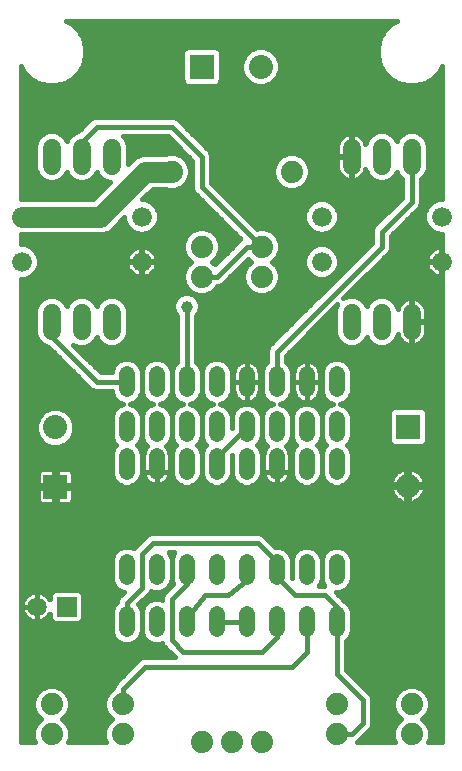
<source format=gbl>
G75*
%MOIN*%
%OFA0B0*%
%FSLAX24Y24*%
%IPPOS*%
%LPD*%
%AMOC8*
5,1,8,0,0,1.08239X$1,22.5*
%
%ADD10C,0.0660*%
%ADD11R,0.0800X0.0800*%
%ADD12C,0.0800*%
%ADD13C,0.0520*%
%ADD14C,0.0600*%
%ADD15C,0.0740*%
%ADD16C,0.0650*%
%ADD17R,0.0650X0.0650*%
%ADD18C,0.0160*%
%ADD19C,0.0396*%
%ADD20C,0.0700*%
D10*
X000680Y016680D03*
X000680Y018180D03*
X004680Y018180D03*
X004680Y016680D03*
X010680Y016680D03*
X010680Y018180D03*
X014680Y018180D03*
X014680Y016680D03*
D11*
X013555Y011180D03*
X006680Y023180D03*
X001805Y009180D03*
D12*
X001805Y011149D03*
X008649Y023180D03*
X013555Y009211D03*
D13*
X011180Y009680D02*
X011180Y010200D01*
X011180Y010920D02*
X011180Y011440D01*
X011180Y012420D02*
X011180Y012940D01*
X010180Y012940D02*
X010180Y012420D01*
X010180Y011440D02*
X010180Y010920D01*
X010180Y010200D02*
X010180Y009680D01*
X009180Y009680D02*
X009180Y010200D01*
X009180Y010920D02*
X009180Y011440D01*
X009180Y012420D02*
X009180Y012940D01*
X008180Y012940D02*
X008180Y012420D01*
X008180Y011440D02*
X008180Y010920D01*
X008180Y010200D02*
X008180Y009680D01*
X007180Y009680D02*
X007180Y010200D01*
X007180Y010920D02*
X007180Y011440D01*
X007180Y012420D02*
X007180Y012940D01*
X006180Y012940D02*
X006180Y012420D01*
X006180Y011440D02*
X006180Y010920D01*
X006180Y010200D02*
X006180Y009680D01*
X005180Y009680D02*
X005180Y010200D01*
X005180Y010920D02*
X005180Y011440D01*
X005180Y012420D02*
X005180Y012940D01*
X004180Y012940D02*
X004180Y012420D01*
X004180Y011440D02*
X004180Y010920D01*
X004180Y010200D02*
X004180Y009680D01*
X004180Y006680D02*
X004180Y006160D01*
X004180Y004940D02*
X004180Y004420D01*
X005180Y004420D02*
X005180Y004940D01*
X005180Y006160D02*
X005180Y006680D01*
X006180Y006680D02*
X006180Y006160D01*
X006180Y004940D02*
X006180Y004420D01*
X007180Y004420D02*
X007180Y004940D01*
X007180Y006160D02*
X007180Y006680D01*
X008180Y006680D02*
X008180Y006160D01*
X008180Y004940D02*
X008180Y004420D01*
X009180Y004420D02*
X009180Y004940D01*
X009180Y006160D02*
X009180Y006680D01*
X010180Y006680D02*
X010180Y006160D01*
X010180Y004940D02*
X010180Y004420D01*
X011180Y004420D02*
X011180Y004940D01*
X011180Y006160D02*
X011180Y006680D01*
D14*
X011680Y014380D02*
X011680Y014980D01*
X012680Y014980D02*
X012680Y014380D01*
X013680Y014380D02*
X013680Y014980D01*
X013680Y019880D02*
X013680Y020480D01*
X012680Y020480D02*
X012680Y019880D01*
X011680Y019880D02*
X011680Y020480D01*
X003680Y020480D02*
X003680Y019880D01*
X002680Y019880D02*
X002680Y020480D01*
X001680Y020480D02*
X001680Y019880D01*
X001680Y014980D02*
X001680Y014380D01*
X002680Y014380D02*
X002680Y014980D01*
X003680Y014980D02*
X003680Y014380D01*
D15*
X006680Y016180D03*
X006680Y017180D03*
X005680Y019680D03*
X008680Y017180D03*
X008680Y016180D03*
X009680Y019680D03*
X011180Y001930D03*
X011180Y000930D03*
X008680Y000680D03*
X007680Y000680D03*
X006680Y000680D03*
X004055Y000930D03*
X004055Y001930D03*
X001680Y001930D03*
X001680Y000930D03*
X013680Y000930D03*
X013680Y001930D03*
D16*
X001180Y005180D03*
D17*
X002180Y005180D03*
D18*
X000660Y000660D02*
X000660Y016110D01*
X000793Y016110D01*
X001003Y016197D01*
X001163Y016357D01*
X001250Y016567D01*
X001250Y016793D01*
X001163Y017003D01*
X001003Y017163D01*
X000793Y017250D01*
X000660Y017250D01*
X000660Y017590D01*
X003422Y017590D01*
X003639Y017680D01*
X003805Y017846D01*
X004110Y018151D01*
X004110Y018067D01*
X004197Y017857D01*
X004357Y017697D01*
X004567Y017610D01*
X004793Y017610D01*
X005003Y017697D01*
X005163Y017857D01*
X005250Y018067D01*
X005250Y018293D01*
X005163Y018503D01*
X005003Y018663D01*
X004793Y018750D01*
X004709Y018750D01*
X005049Y019090D01*
X005510Y019090D01*
X005559Y019070D01*
X005801Y019070D01*
X006026Y019163D01*
X006197Y019334D01*
X006290Y019559D01*
X006290Y019801D01*
X006197Y020026D01*
X006026Y020197D01*
X005801Y020290D01*
X005559Y020290D01*
X005510Y020270D01*
X004688Y020270D01*
X004471Y020180D01*
X004220Y019929D01*
X004220Y020587D01*
X004138Y020786D01*
X004064Y020860D01*
X005547Y020860D01*
X006360Y020047D01*
X006360Y019116D01*
X006409Y018999D01*
X007977Y017430D01*
X007135Y016588D01*
X007043Y016680D01*
X007197Y016834D01*
X007290Y017059D01*
X007290Y017301D01*
X007197Y017526D01*
X007026Y017697D01*
X006801Y017790D01*
X006559Y017790D01*
X006334Y017697D01*
X006163Y017526D01*
X006070Y017301D01*
X006070Y017059D01*
X006163Y016834D01*
X006317Y016680D01*
X006163Y016526D01*
X006070Y016301D01*
X006070Y016059D01*
X006163Y015834D01*
X006334Y015663D01*
X006559Y015570D01*
X006801Y015570D01*
X007026Y015663D01*
X007197Y015834D01*
X007208Y015860D01*
X007244Y015860D01*
X007361Y015909D01*
X007451Y015999D01*
X008225Y016772D01*
X008317Y016680D01*
X008163Y016526D01*
X008070Y016301D01*
X008070Y016059D01*
X008163Y015834D01*
X008334Y015663D01*
X008559Y015570D01*
X008801Y015570D01*
X009026Y015663D01*
X009197Y015834D01*
X009290Y016059D01*
X009290Y016301D01*
X009197Y016526D01*
X009043Y016680D01*
X009197Y016834D01*
X009290Y017059D01*
X009290Y017301D01*
X009197Y017526D01*
X009026Y017697D01*
X008801Y017790D01*
X008559Y017790D01*
X008533Y017779D01*
X007000Y019313D01*
X007000Y020244D01*
X006951Y020361D01*
X006861Y020451D01*
X005861Y021451D01*
X005744Y021500D01*
X003116Y021500D01*
X002999Y021451D01*
X002909Y021361D01*
X002564Y021016D01*
X002374Y020938D01*
X002222Y020786D01*
X002180Y020684D01*
X002138Y020786D01*
X001986Y020938D01*
X001787Y021020D01*
X001573Y021020D01*
X001374Y020938D01*
X001222Y020786D01*
X001140Y020587D01*
X001140Y019773D01*
X001222Y019574D01*
X001374Y019422D01*
X001573Y019340D01*
X001787Y019340D01*
X001986Y019422D01*
X002138Y019574D01*
X002180Y019676D01*
X002222Y019574D01*
X002374Y019422D01*
X002573Y019340D01*
X002787Y019340D01*
X002986Y019422D01*
X003138Y019574D01*
X003180Y019676D01*
X003222Y019574D01*
X003374Y019422D01*
X003573Y019340D01*
X003631Y019340D01*
X003061Y018770D01*
X000660Y018770D01*
X000660Y023187D01*
X000776Y022986D01*
X000986Y022776D01*
X001244Y022627D01*
X001531Y022550D01*
X001829Y022550D01*
X002116Y022627D01*
X002374Y022776D01*
X002584Y022986D01*
X002733Y023244D01*
X002810Y023531D01*
X002810Y023829D01*
X002733Y024116D01*
X002584Y024374D01*
X002374Y024584D01*
X002173Y024700D01*
X013187Y024700D01*
X012986Y024584D01*
X012776Y024374D01*
X012627Y024116D01*
X012550Y023829D01*
X012550Y023531D01*
X012627Y023244D01*
X012776Y022986D01*
X012986Y022776D01*
X013244Y022627D01*
X013531Y022550D01*
X013829Y022550D01*
X014116Y022627D01*
X014374Y022776D01*
X014584Y022986D01*
X014700Y023187D01*
X014700Y018750D01*
X014567Y018750D01*
X014357Y018663D01*
X014197Y018503D01*
X014110Y018293D01*
X014110Y018067D01*
X014197Y017857D01*
X014357Y017697D01*
X014567Y017610D01*
X014700Y017610D01*
X014700Y016710D01*
X014650Y016710D01*
X014650Y017190D01*
X014640Y017190D01*
X014561Y017177D01*
X014484Y017153D01*
X014413Y017116D01*
X014348Y017069D01*
X014291Y017012D01*
X014244Y016947D01*
X014207Y016876D01*
X014183Y016799D01*
X014170Y016720D01*
X014170Y016710D01*
X014650Y016710D01*
X014650Y016650D01*
X014700Y016650D01*
X014700Y000660D01*
X014228Y000660D01*
X014290Y000809D01*
X014290Y001051D01*
X014197Y001276D01*
X014043Y001430D01*
X014197Y001584D01*
X014290Y001809D01*
X014290Y002051D01*
X014197Y002276D01*
X014026Y002447D01*
X013801Y002540D01*
X013559Y002540D01*
X013334Y002447D01*
X013163Y002276D01*
X013070Y002051D01*
X013070Y001809D01*
X013163Y001584D01*
X013317Y001430D01*
X013163Y001276D01*
X013070Y001051D01*
X013070Y000809D01*
X013132Y000660D01*
X011863Y000660D01*
X011951Y000749D01*
X012326Y001124D01*
X012375Y001241D01*
X012375Y002119D01*
X012326Y002236D01*
X012236Y002326D01*
X011500Y003063D01*
X011500Y004033D01*
X011604Y004137D01*
X011680Y004321D01*
X011680Y005039D01*
X011604Y005223D01*
X011463Y005364D01*
X011438Y005374D01*
X011361Y005451D01*
X011153Y005660D01*
X011279Y005660D01*
X011463Y005736D01*
X011604Y005877D01*
X011680Y006061D01*
X011680Y006779D01*
X011604Y006963D01*
X011463Y007104D01*
X011279Y007180D01*
X011081Y007180D01*
X010897Y007104D01*
X010756Y006963D01*
X010680Y006779D01*
X010604Y006963D01*
X010463Y007104D01*
X010279Y007180D01*
X010081Y007180D01*
X009897Y007104D01*
X009756Y006963D01*
X009680Y006779D01*
X009604Y006963D01*
X009463Y007104D01*
X009279Y007180D01*
X009133Y007180D01*
X008736Y007576D01*
X008619Y007625D01*
X004991Y007625D01*
X004874Y007576D01*
X004784Y007486D01*
X004419Y007122D01*
X004279Y007180D01*
X004081Y007180D01*
X003897Y007104D01*
X003756Y006963D01*
X003680Y006779D01*
X003680Y006061D01*
X003756Y005877D01*
X003897Y005736D01*
X004081Y005660D01*
X004082Y005660D01*
X003909Y005486D01*
X003860Y005369D01*
X003860Y005327D01*
X003756Y005223D01*
X003680Y005039D01*
X003680Y004321D01*
X003756Y004137D01*
X003897Y003996D01*
X004081Y003920D01*
X004279Y003920D01*
X004463Y003996D01*
X004604Y004137D01*
X004680Y004321D01*
X004756Y004137D01*
X004897Y003996D01*
X005081Y003920D01*
X005279Y003920D01*
X005373Y003959D01*
X005409Y003874D01*
X005782Y003500D01*
X004741Y003500D01*
X004624Y003451D01*
X003874Y002701D01*
X003784Y002611D01*
X003735Y002494D01*
X003735Y002458D01*
X003709Y002447D01*
X003538Y002276D01*
X003445Y002051D01*
X003445Y001809D01*
X003538Y001584D01*
X003692Y001430D01*
X003538Y001276D01*
X003445Y001051D01*
X003445Y000809D01*
X003507Y000660D01*
X002228Y000660D01*
X002290Y000809D01*
X002290Y001051D01*
X002197Y001276D01*
X002043Y001430D01*
X002197Y001584D01*
X002290Y001809D01*
X002290Y002051D01*
X002197Y002276D01*
X002026Y002447D01*
X001801Y002540D01*
X001559Y002540D01*
X001334Y002447D01*
X001163Y002276D01*
X001070Y002051D01*
X001070Y001809D01*
X001163Y001584D01*
X001317Y001430D01*
X001163Y001276D01*
X001070Y001051D01*
X001070Y000809D01*
X001132Y000660D01*
X000660Y000660D01*
X000660Y000814D02*
X001070Y000814D01*
X001070Y000973D02*
X000660Y000973D01*
X000660Y001131D02*
X001103Y001131D01*
X001177Y001290D02*
X000660Y001290D01*
X000660Y001448D02*
X001299Y001448D01*
X001154Y001607D02*
X000660Y001607D01*
X000660Y001765D02*
X001088Y001765D01*
X001070Y001924D02*
X000660Y001924D01*
X000660Y002082D02*
X001083Y002082D01*
X001148Y002241D02*
X000660Y002241D01*
X000660Y002399D02*
X001286Y002399D01*
X000660Y002558D02*
X003761Y002558D01*
X003661Y002399D02*
X002074Y002399D01*
X002212Y002241D02*
X003523Y002241D01*
X003458Y002082D02*
X002277Y002082D01*
X002290Y001924D02*
X003445Y001924D01*
X003463Y001765D02*
X002272Y001765D01*
X002206Y001607D02*
X003529Y001607D01*
X003674Y001448D02*
X002061Y001448D01*
X002183Y001290D02*
X003552Y001290D01*
X003478Y001131D02*
X002257Y001131D01*
X002290Y000973D02*
X003445Y000973D01*
X003445Y000814D02*
X002290Y000814D01*
X003888Y002716D02*
X000660Y002716D01*
X000660Y002875D02*
X004047Y002875D01*
X004205Y003033D02*
X000660Y003033D01*
X000660Y003192D02*
X004364Y003192D01*
X004522Y003350D02*
X000660Y003350D01*
X000660Y003509D02*
X005774Y003509D01*
X005615Y003667D02*
X000660Y003667D01*
X000660Y003826D02*
X005457Y003826D01*
X005680Y004055D02*
X006055Y003680D01*
X008680Y003680D01*
X009180Y004180D01*
X009180Y004680D01*
X009805Y005555D02*
X010805Y005555D01*
X011180Y005180D01*
X011180Y004680D01*
X011180Y002930D01*
X012055Y002055D01*
X012055Y001305D01*
X011680Y000930D01*
X011180Y000930D01*
X012017Y000814D02*
X013070Y000814D01*
X013070Y000973D02*
X012175Y000973D01*
X012329Y001131D02*
X013103Y001131D01*
X013177Y001290D02*
X012375Y001290D01*
X012375Y001448D02*
X013299Y001448D01*
X013154Y001607D02*
X012375Y001607D01*
X012375Y001765D02*
X013088Y001765D01*
X013070Y001924D02*
X012375Y001924D01*
X012375Y002082D02*
X013083Y002082D01*
X013148Y002241D02*
X012322Y002241D01*
X012164Y002399D02*
X013286Y002399D01*
X014074Y002399D02*
X014700Y002399D01*
X014700Y002241D02*
X014212Y002241D01*
X014277Y002082D02*
X014700Y002082D01*
X014700Y001924D02*
X014290Y001924D01*
X014272Y001765D02*
X014700Y001765D01*
X014700Y001607D02*
X014206Y001607D01*
X014061Y001448D02*
X014700Y001448D01*
X014700Y001290D02*
X014183Y001290D01*
X014257Y001131D02*
X014700Y001131D01*
X014700Y000973D02*
X014290Y000973D01*
X014290Y000814D02*
X014700Y000814D01*
X014700Y002558D02*
X012005Y002558D01*
X011847Y002716D02*
X014700Y002716D01*
X014700Y002875D02*
X011688Y002875D01*
X011530Y003033D02*
X014700Y003033D01*
X014700Y003192D02*
X011500Y003192D01*
X011500Y003350D02*
X014700Y003350D01*
X014700Y003509D02*
X011500Y003509D01*
X011500Y003667D02*
X014700Y003667D01*
X014700Y003826D02*
X011500Y003826D01*
X011500Y003984D02*
X014700Y003984D01*
X014700Y004143D02*
X011606Y004143D01*
X011672Y004301D02*
X014700Y004301D01*
X014700Y004460D02*
X011680Y004460D01*
X011680Y004618D02*
X014700Y004618D01*
X014700Y004777D02*
X011680Y004777D01*
X011680Y004935D02*
X014700Y004935D01*
X014700Y005094D02*
X011658Y005094D01*
X011575Y005252D02*
X014700Y005252D01*
X014700Y005411D02*
X011402Y005411D01*
X011244Y005569D02*
X014700Y005569D01*
X014700Y005728D02*
X011442Y005728D01*
X011608Y005886D02*
X014700Y005886D01*
X014700Y006045D02*
X011673Y006045D01*
X011680Y006203D02*
X014700Y006203D01*
X014700Y006362D02*
X011680Y006362D01*
X011680Y006520D02*
X014700Y006520D01*
X014700Y006679D02*
X011680Y006679D01*
X011656Y006837D02*
X014700Y006837D01*
X014700Y006996D02*
X011572Y006996D01*
X011342Y007154D02*
X014700Y007154D01*
X014700Y007313D02*
X009000Y007313D01*
X008842Y007471D02*
X014700Y007471D01*
X014700Y007630D02*
X000660Y007630D01*
X000660Y007788D02*
X014700Y007788D01*
X014700Y007947D02*
X000660Y007947D01*
X000660Y008105D02*
X014700Y008105D01*
X014700Y008264D02*
X000660Y008264D01*
X000660Y008422D02*
X014700Y008422D01*
X014700Y008581D02*
X000660Y008581D01*
X000660Y008739D02*
X001230Y008739D01*
X001225Y008756D02*
X001237Y008711D01*
X001261Y008669D01*
X001294Y008636D01*
X001336Y008612D01*
X001381Y008600D01*
X001757Y008600D01*
X001757Y009132D01*
X001853Y009132D01*
X001853Y009228D01*
X001757Y009228D01*
X001757Y009760D01*
X001381Y009760D01*
X001336Y009748D01*
X001294Y009724D01*
X001261Y009691D01*
X001237Y009649D01*
X001225Y009604D01*
X001225Y009228D01*
X001757Y009228D01*
X001757Y009132D01*
X001225Y009132D01*
X001225Y008756D01*
X001225Y008898D02*
X000660Y008898D01*
X000660Y009056D02*
X001225Y009056D01*
X001225Y009373D02*
X000660Y009373D01*
X000660Y009215D02*
X001757Y009215D01*
X001853Y009215D02*
X003997Y009215D01*
X004081Y009180D02*
X004279Y009180D01*
X004463Y009256D01*
X004604Y009397D01*
X004680Y009581D01*
X004680Y010299D01*
X004604Y010483D01*
X004527Y010560D01*
X004604Y010637D01*
X004680Y010821D01*
X004680Y011539D01*
X004604Y011723D01*
X004463Y011864D01*
X004304Y011930D01*
X004463Y011996D01*
X004604Y012137D01*
X004680Y012321D01*
X004680Y013039D01*
X004604Y013223D01*
X004463Y013364D01*
X004279Y013440D01*
X004081Y013440D01*
X003897Y013364D01*
X003756Y013223D01*
X003680Y013039D01*
X003680Y013000D01*
X003313Y013000D01*
X002402Y013911D01*
X002573Y013840D01*
X002787Y013840D01*
X002986Y013922D01*
X003138Y014074D01*
X003180Y014176D01*
X003222Y014074D01*
X003374Y013922D01*
X003573Y013840D01*
X003787Y013840D01*
X003986Y013922D01*
X004138Y014074D01*
X004220Y014273D01*
X004220Y015087D01*
X004138Y015286D01*
X003986Y015438D01*
X003787Y015520D01*
X003573Y015520D01*
X003374Y015438D01*
X003222Y015286D01*
X003180Y015184D01*
X003138Y015286D01*
X002986Y015438D01*
X002787Y015520D01*
X002573Y015520D01*
X002374Y015438D01*
X002222Y015286D01*
X002180Y015184D01*
X002138Y015286D01*
X001986Y015438D01*
X001787Y015520D01*
X001573Y015520D01*
X001374Y015438D01*
X001222Y015286D01*
X001140Y015087D01*
X001140Y014273D01*
X001222Y014074D01*
X001374Y013922D01*
X001564Y013844D01*
X002999Y012409D01*
X003116Y012360D01*
X003680Y012360D01*
X003680Y012321D01*
X003756Y012137D01*
X003897Y011996D01*
X004056Y011930D01*
X003897Y011864D01*
X003756Y011723D01*
X003680Y011539D01*
X003680Y010821D01*
X003756Y010637D01*
X003833Y010560D01*
X003756Y010483D01*
X003680Y010299D01*
X003680Y009581D01*
X003756Y009397D01*
X003897Y009256D01*
X004081Y009180D01*
X004363Y009215D02*
X005997Y009215D01*
X006081Y009180D02*
X006279Y009180D01*
X006463Y009256D01*
X006604Y009397D01*
X006680Y009581D01*
X006680Y010299D01*
X006604Y010483D01*
X006527Y010560D01*
X006604Y010637D01*
X006680Y010821D01*
X006680Y011539D01*
X006604Y011723D01*
X006463Y011864D01*
X006304Y011930D01*
X006463Y011996D01*
X006604Y012137D01*
X006680Y012321D01*
X006680Y013039D01*
X006604Y013223D01*
X006500Y013327D01*
X006500Y014880D01*
X006551Y014932D01*
X006618Y015093D01*
X006618Y015267D01*
X006551Y015428D01*
X006428Y015551D01*
X006267Y015618D01*
X006093Y015618D01*
X005932Y015551D01*
X005809Y015428D01*
X005742Y015267D01*
X005742Y015093D01*
X005809Y014932D01*
X005860Y014880D01*
X005860Y013327D01*
X005756Y013223D01*
X005680Y013039D01*
X005680Y012321D01*
X005756Y012137D01*
X005897Y011996D01*
X006056Y011930D01*
X005897Y011864D01*
X005756Y011723D01*
X005680Y011539D01*
X005680Y010821D01*
X005756Y010637D01*
X005833Y010560D01*
X005756Y010483D01*
X005680Y010299D01*
X005680Y009581D01*
X005756Y009397D01*
X005897Y009256D01*
X006081Y009180D01*
X006363Y009215D02*
X006997Y009215D01*
X007081Y009180D02*
X006897Y009256D01*
X006756Y009397D01*
X006680Y009581D01*
X006680Y010299D01*
X006756Y010483D01*
X006833Y010560D01*
X006756Y010637D01*
X006680Y010821D01*
X006680Y011539D01*
X006756Y011723D01*
X006897Y011864D01*
X007056Y011930D01*
X006897Y011996D01*
X006756Y012137D01*
X006680Y012321D01*
X006680Y013039D01*
X006756Y013223D01*
X006897Y013364D01*
X007081Y013440D01*
X007279Y013440D01*
X007463Y013364D01*
X007604Y013223D01*
X007680Y013039D01*
X007680Y012321D01*
X007604Y012137D01*
X007463Y011996D01*
X007304Y011930D01*
X007463Y011864D01*
X007604Y011723D01*
X007680Y011539D01*
X007680Y011133D01*
X007680Y011133D01*
X007680Y011539D01*
X007756Y011723D01*
X007897Y011864D01*
X008081Y011940D01*
X008279Y011940D01*
X008463Y011864D01*
X008604Y011723D01*
X008680Y011539D01*
X008680Y010821D01*
X008604Y010637D01*
X008527Y010560D01*
X008604Y010483D01*
X008680Y010299D01*
X008680Y009581D01*
X008604Y009397D01*
X008463Y009256D01*
X008279Y009180D01*
X008081Y009180D01*
X007897Y009256D01*
X007756Y009397D01*
X007680Y009581D01*
X007680Y010227D01*
X007680Y010227D01*
X007680Y009581D01*
X007604Y009397D01*
X007463Y009256D01*
X007279Y009180D01*
X007081Y009180D01*
X007363Y009215D02*
X007997Y009215D01*
X007780Y009373D02*
X007580Y009373D01*
X007660Y009532D02*
X007700Y009532D01*
X007680Y009690D02*
X007680Y009690D01*
X007680Y009849D02*
X007680Y009849D01*
X007680Y010007D02*
X007680Y010007D01*
X007680Y010166D02*
X007680Y010166D01*
X007180Y010180D02*
X008180Y011180D01*
X008577Y011751D02*
X008783Y011751D01*
X008756Y011723D02*
X008680Y011539D01*
X008680Y010821D01*
X008756Y010637D01*
X008875Y010518D01*
X008844Y010487D01*
X008804Y010431D01*
X008772Y010369D01*
X008751Y010303D01*
X008740Y010235D01*
X008740Y009680D01*
X009180Y009680D01*
X009620Y009680D01*
X009620Y010235D01*
X009609Y010303D01*
X009588Y010369D01*
X009556Y010431D01*
X009516Y010487D01*
X009485Y010518D01*
X009604Y010637D01*
X009680Y010821D01*
X009756Y010637D01*
X009833Y010560D01*
X009756Y010483D01*
X009680Y010299D01*
X009680Y009581D01*
X009756Y009397D01*
X009897Y009256D01*
X010081Y009180D01*
X010279Y009180D01*
X010463Y009256D01*
X010604Y009397D01*
X010680Y009581D01*
X010680Y010299D01*
X010604Y010483D01*
X010527Y010560D01*
X010604Y010637D01*
X010680Y010821D01*
X010680Y011539D01*
X010604Y011723D01*
X010463Y011864D01*
X010279Y011940D01*
X010081Y011940D01*
X009897Y011864D01*
X009756Y011723D01*
X009680Y011539D01*
X009680Y010821D01*
X009680Y011539D01*
X009604Y011723D01*
X009463Y011864D01*
X009304Y011930D01*
X009463Y011996D01*
X009604Y012137D01*
X009680Y012321D01*
X009680Y013039D01*
X009604Y013223D01*
X009500Y013327D01*
X009500Y013547D01*
X011211Y015258D01*
X011140Y015087D01*
X011140Y014273D01*
X011222Y014074D01*
X011374Y013922D01*
X011573Y013840D01*
X011787Y013840D01*
X011986Y013922D01*
X012138Y014074D01*
X012180Y014176D01*
X012222Y014074D01*
X012374Y013922D01*
X012573Y013840D01*
X012787Y013840D01*
X012986Y013922D01*
X013138Y014074D01*
X013215Y014259D01*
X013235Y014196D01*
X013269Y014128D01*
X013314Y014067D01*
X013367Y014014D01*
X013428Y013969D01*
X013428Y013970D02*
X013033Y013970D01*
X013160Y014128D02*
X013270Y014128D01*
X013428Y013969D02*
X013496Y013935D01*
X013568Y013912D01*
X013642Y013900D01*
X013660Y013900D01*
X013660Y014660D01*
X013700Y014660D01*
X013700Y014700D01*
X014160Y014700D01*
X014160Y015018D01*
X014148Y015092D01*
X014125Y015164D01*
X014091Y015232D01*
X014046Y015293D01*
X013993Y015346D01*
X013932Y015391D01*
X013864Y015425D01*
X013792Y015448D01*
X013718Y015460D01*
X013700Y015460D01*
X013700Y014700D01*
X013660Y014700D01*
X013660Y015460D01*
X013642Y015460D01*
X013568Y015448D01*
X013496Y015425D01*
X013428Y015391D01*
X013367Y015346D01*
X013314Y015293D01*
X013269Y015232D01*
X013235Y015164D01*
X013215Y015101D01*
X013138Y015286D01*
X012986Y015438D01*
X012787Y015520D01*
X012573Y015520D01*
X012374Y015438D01*
X012222Y015286D01*
X012180Y015184D01*
X012138Y015286D01*
X011986Y015438D01*
X011787Y015520D01*
X011573Y015520D01*
X011402Y015449D01*
X012951Y016999D01*
X013000Y017116D01*
X013000Y017547D01*
X013861Y018409D01*
X013951Y018499D01*
X014000Y018616D01*
X014000Y019436D01*
X014138Y019574D01*
X014220Y019773D01*
X014220Y020587D01*
X014138Y020786D01*
X013986Y020938D01*
X013787Y021020D01*
X013573Y021020D01*
X013374Y020938D01*
X013222Y020786D01*
X013180Y020684D01*
X013138Y020786D01*
X012986Y020938D01*
X012787Y021020D01*
X012573Y021020D01*
X012374Y020938D01*
X012222Y020786D01*
X012145Y020601D01*
X012125Y020664D01*
X012091Y020732D01*
X012046Y020793D01*
X011993Y020846D01*
X011932Y020891D01*
X011864Y020925D01*
X011792Y020948D01*
X011718Y020960D01*
X011700Y020960D01*
X011700Y020200D01*
X011660Y020200D01*
X011660Y020960D01*
X011642Y020960D01*
X011568Y020948D01*
X011496Y020925D01*
X011428Y020891D01*
X011367Y020846D01*
X011314Y020793D01*
X011269Y020732D01*
X011235Y020664D01*
X011212Y020592D01*
X011200Y020518D01*
X011200Y020200D01*
X011660Y020200D01*
X011660Y020160D01*
X011700Y020160D01*
X011700Y019400D01*
X011718Y019400D01*
X011792Y019412D01*
X011864Y019435D01*
X011932Y019469D01*
X011993Y019514D01*
X012046Y019567D01*
X012091Y019628D01*
X012125Y019696D01*
X012145Y019759D01*
X012222Y019574D01*
X012374Y019422D01*
X012573Y019340D01*
X012787Y019340D01*
X012986Y019422D01*
X013138Y019574D01*
X013180Y019676D01*
X013222Y019574D01*
X013360Y019436D01*
X013360Y018813D01*
X012409Y017861D01*
X012360Y017744D01*
X012360Y017313D01*
X008909Y013861D01*
X008860Y013744D01*
X008860Y013327D01*
X008756Y013223D01*
X008680Y013039D01*
X008680Y012321D01*
X008756Y012137D01*
X008897Y011996D01*
X009056Y011930D01*
X008897Y011864D01*
X008756Y011723D01*
X008702Y011592D02*
X008658Y011592D01*
X008680Y011434D02*
X008680Y011434D01*
X008680Y011275D02*
X008680Y011275D01*
X008680Y011117D02*
X008680Y011117D01*
X008680Y010958D02*
X008680Y010958D01*
X008671Y010800D02*
X008689Y010800D01*
X008754Y010641D02*
X008606Y010641D01*
X008604Y010483D02*
X008841Y010483D01*
X008758Y010324D02*
X008670Y010324D01*
X008680Y010166D02*
X008740Y010166D01*
X008740Y010007D02*
X008680Y010007D01*
X008680Y009849D02*
X008740Y009849D01*
X008740Y009690D02*
X008680Y009690D01*
X008740Y009680D02*
X008740Y009645D01*
X008751Y009577D01*
X008772Y009511D01*
X008804Y009449D01*
X008844Y009393D01*
X008893Y009344D01*
X008949Y009304D01*
X009011Y009272D01*
X009077Y009251D01*
X009145Y009240D01*
X009180Y009240D01*
X009215Y009240D01*
X009283Y009251D01*
X009349Y009272D01*
X009411Y009304D01*
X009467Y009344D01*
X009516Y009393D01*
X009556Y009449D01*
X009588Y009511D01*
X009609Y009577D01*
X009620Y009645D01*
X009620Y009680D01*
X009180Y009680D01*
X009180Y009680D01*
X009180Y009240D01*
X009180Y009680D01*
X009180Y009680D01*
X009180Y009680D01*
X008740Y009680D01*
X008766Y009532D02*
X008660Y009532D01*
X008580Y009373D02*
X008865Y009373D01*
X009180Y009373D02*
X009180Y009373D01*
X009180Y009532D02*
X009180Y009532D01*
X009495Y009373D02*
X009780Y009373D01*
X009700Y009532D02*
X009594Y009532D01*
X009620Y009690D02*
X009680Y009690D01*
X009680Y009849D02*
X009620Y009849D01*
X009620Y010007D02*
X009680Y010007D01*
X009680Y010166D02*
X009620Y010166D01*
X009602Y010324D02*
X009690Y010324D01*
X009756Y010483D02*
X009519Y010483D01*
X009606Y010641D02*
X009754Y010641D01*
X009689Y010800D02*
X009671Y010800D01*
X009680Y010958D02*
X009680Y010958D01*
X009680Y011117D02*
X009680Y011117D01*
X009680Y011275D02*
X009680Y011275D01*
X009680Y011434D02*
X009680Y011434D01*
X009658Y011592D02*
X009702Y011592D01*
X009783Y011751D02*
X009577Y011751D01*
X009535Y012068D02*
X009917Y012068D01*
X009893Y012084D02*
X009949Y012044D01*
X010011Y012012D01*
X010077Y011991D01*
X010145Y011980D01*
X010180Y011980D01*
X010215Y011980D01*
X010283Y011991D01*
X010349Y012012D01*
X010411Y012044D01*
X010467Y012084D01*
X010516Y012133D01*
X010556Y012189D01*
X010588Y012251D01*
X010609Y012317D01*
X010620Y012385D01*
X010620Y012680D01*
X010620Y012975D01*
X010609Y013043D01*
X010588Y013109D01*
X010556Y013171D01*
X010516Y013227D01*
X010467Y013276D01*
X010411Y013316D01*
X010349Y013348D01*
X010283Y013369D01*
X010215Y013380D01*
X010180Y013380D01*
X010180Y012680D01*
X010620Y012680D01*
X010180Y012680D01*
X010180Y012680D01*
X010180Y012680D01*
X010180Y012680D01*
X009740Y012680D01*
X009740Y012975D01*
X009751Y013043D01*
X009772Y013109D01*
X009804Y013171D01*
X009844Y013227D01*
X009893Y013276D01*
X009949Y013316D01*
X010011Y013348D01*
X010077Y013369D01*
X010145Y013380D01*
X010180Y013380D01*
X010180Y012680D01*
X010180Y011980D01*
X010180Y012680D01*
X010180Y012680D01*
X009740Y012680D01*
X009740Y012385D01*
X009751Y012317D01*
X009772Y012251D01*
X009804Y012189D01*
X009844Y012133D01*
X009893Y012084D01*
X009785Y012226D02*
X009641Y012226D01*
X009680Y012385D02*
X009740Y012385D01*
X009740Y012543D02*
X009680Y012543D01*
X009680Y012702D02*
X009740Y012702D01*
X009740Y012860D02*
X009680Y012860D01*
X009680Y013019D02*
X009747Y013019D01*
X009808Y013177D02*
X009623Y013177D01*
X009500Y013336D02*
X009987Y013336D01*
X010180Y013336D02*
X010180Y013336D01*
X010180Y013177D02*
X010180Y013177D01*
X010180Y013019D02*
X010180Y013019D01*
X010180Y012860D02*
X010180Y012860D01*
X010180Y012702D02*
X010180Y012702D01*
X010180Y012543D02*
X010180Y012543D01*
X010180Y012385D02*
X010180Y012385D01*
X010180Y012226D02*
X010180Y012226D01*
X010180Y012068D02*
X010180Y012068D01*
X010006Y011909D02*
X009354Y011909D01*
X009006Y011909D02*
X008354Y011909D01*
X008349Y012012D02*
X008283Y011991D01*
X008215Y011980D01*
X008180Y011980D01*
X008180Y012680D01*
X008620Y012680D01*
X008620Y012975D01*
X008609Y013043D01*
X008588Y013109D01*
X008556Y013171D01*
X008516Y013227D01*
X008467Y013276D01*
X008411Y013316D01*
X008349Y013348D01*
X008283Y013369D01*
X008215Y013380D01*
X008180Y013380D01*
X008180Y012680D01*
X008180Y012680D01*
X008180Y012680D01*
X008180Y012680D01*
X007740Y012680D01*
X007740Y012975D01*
X007751Y013043D01*
X007772Y013109D01*
X007804Y013171D01*
X007844Y013227D01*
X007893Y013276D01*
X007949Y013316D01*
X008011Y013348D01*
X008077Y013369D01*
X008145Y013380D01*
X008180Y013380D01*
X008180Y012680D01*
X008620Y012680D01*
X008620Y012385D01*
X008609Y012317D01*
X008588Y012251D01*
X008556Y012189D01*
X008516Y012133D01*
X008467Y012084D01*
X008411Y012044D01*
X008349Y012012D01*
X008443Y012068D02*
X008825Y012068D01*
X008719Y012226D02*
X008575Y012226D01*
X008620Y012385D02*
X008680Y012385D01*
X008680Y012543D02*
X008620Y012543D01*
X008620Y012702D02*
X008680Y012702D01*
X008680Y012860D02*
X008620Y012860D01*
X008613Y013019D02*
X008680Y013019D01*
X008737Y013177D02*
X008552Y013177D01*
X008373Y013336D02*
X008860Y013336D01*
X008860Y013494D02*
X006500Y013494D01*
X006500Y013336D02*
X006868Y013336D01*
X006737Y013177D02*
X006623Y013177D01*
X006680Y013019D02*
X006680Y013019D01*
X006680Y012860D02*
X006680Y012860D01*
X006680Y012702D02*
X006680Y012702D01*
X006680Y012543D02*
X006680Y012543D01*
X006680Y012385D02*
X006680Y012385D01*
X006641Y012226D02*
X006719Y012226D01*
X006825Y012068D02*
X006535Y012068D01*
X006354Y011909D02*
X007006Y011909D01*
X006783Y011751D02*
X006577Y011751D01*
X006658Y011592D02*
X006702Y011592D01*
X006680Y011434D02*
X006680Y011434D01*
X006680Y011275D02*
X006680Y011275D01*
X006680Y011117D02*
X006680Y011117D01*
X006680Y010958D02*
X006680Y010958D01*
X006671Y010800D02*
X006689Y010800D01*
X006754Y010641D02*
X006606Y010641D01*
X006604Y010483D02*
X006756Y010483D01*
X006690Y010324D02*
X006670Y010324D01*
X006680Y010166D02*
X006680Y010166D01*
X006680Y010007D02*
X006680Y010007D01*
X006680Y009849D02*
X006680Y009849D01*
X006680Y009690D02*
X006680Y009690D01*
X006660Y009532D02*
X006700Y009532D01*
X006780Y009373D02*
X006580Y009373D01*
X007180Y009680D02*
X007180Y010180D01*
X007680Y011275D02*
X007680Y011275D01*
X007680Y011434D02*
X007680Y011434D01*
X007658Y011592D02*
X007702Y011592D01*
X007783Y011751D02*
X007577Y011751D01*
X007535Y012068D02*
X007917Y012068D01*
X007893Y012084D02*
X007949Y012044D01*
X008011Y012012D01*
X008077Y011991D01*
X008145Y011980D01*
X008180Y011980D01*
X008180Y012680D01*
X008180Y012680D01*
X007740Y012680D01*
X007740Y012385D01*
X007751Y012317D01*
X007772Y012251D01*
X007804Y012189D01*
X007844Y012133D01*
X007893Y012084D01*
X007785Y012226D02*
X007641Y012226D01*
X007680Y012385D02*
X007740Y012385D01*
X007740Y012543D02*
X007680Y012543D01*
X007680Y012702D02*
X007740Y012702D01*
X007740Y012860D02*
X007680Y012860D01*
X007680Y013019D02*
X007747Y013019D01*
X007808Y013177D02*
X007623Y013177D01*
X007492Y013336D02*
X007987Y013336D01*
X008180Y013336D02*
X008180Y013336D01*
X008180Y013177D02*
X008180Y013177D01*
X008180Y013019D02*
X008180Y013019D01*
X008180Y012860D02*
X008180Y012860D01*
X008180Y012702D02*
X008180Y012702D01*
X008180Y012543D02*
X008180Y012543D01*
X008180Y012385D02*
X008180Y012385D01*
X008180Y012226D02*
X008180Y012226D01*
X008180Y012068D02*
X008180Y012068D01*
X008006Y011909D02*
X007354Y011909D01*
X006180Y012680D02*
X006180Y015180D01*
X006565Y015396D02*
X010443Y015396D01*
X010285Y015238D02*
X006618Y015238D01*
X006612Y015079D02*
X010126Y015079D01*
X009968Y014921D02*
X006540Y014921D01*
X006500Y014762D02*
X009809Y014762D01*
X009651Y014604D02*
X006500Y014604D01*
X006500Y014445D02*
X009492Y014445D01*
X009334Y014287D02*
X006500Y014287D01*
X006500Y014128D02*
X009175Y014128D01*
X009017Y013970D02*
X006500Y013970D01*
X006500Y013811D02*
X008888Y013811D01*
X008860Y013653D02*
X006500Y013653D01*
X005860Y013653D02*
X002660Y013653D01*
X002502Y013811D02*
X005860Y013811D01*
X005860Y013970D02*
X004033Y013970D01*
X004160Y014128D02*
X005860Y014128D01*
X005860Y014287D02*
X004220Y014287D01*
X004220Y014445D02*
X005860Y014445D01*
X005860Y014604D02*
X004220Y014604D01*
X004220Y014762D02*
X005860Y014762D01*
X005820Y014921D02*
X004220Y014921D01*
X004220Y015079D02*
X005748Y015079D01*
X005742Y015238D02*
X004158Y015238D01*
X004028Y015396D02*
X005795Y015396D01*
X005939Y015555D02*
X000660Y015555D01*
X000660Y015713D02*
X006284Y015713D01*
X006148Y015872D02*
X000660Y015872D01*
X000660Y016030D02*
X006082Y016030D01*
X006070Y016189D02*
X004818Y016189D01*
X004799Y016183D02*
X004876Y016207D01*
X004947Y016244D01*
X005012Y016291D01*
X005069Y016348D01*
X005116Y016413D01*
X005153Y016484D01*
X005177Y016561D01*
X005190Y016640D01*
X005190Y016650D01*
X004710Y016650D01*
X004710Y016710D01*
X005190Y016710D01*
X005190Y016720D01*
X005177Y016799D01*
X005153Y016876D01*
X005116Y016947D01*
X005069Y017012D01*
X005012Y017069D01*
X004947Y017116D01*
X004876Y017153D01*
X004799Y017177D01*
X004720Y017190D01*
X004710Y017190D01*
X004710Y016710D01*
X004650Y016710D01*
X004650Y017190D01*
X004640Y017190D01*
X004561Y017177D01*
X004484Y017153D01*
X004413Y017116D01*
X004348Y017069D01*
X004291Y017012D01*
X004244Y016947D01*
X004207Y016876D01*
X004183Y016799D01*
X004170Y016720D01*
X004170Y016710D01*
X004650Y016710D01*
X004650Y016650D01*
X004710Y016650D01*
X004710Y016170D01*
X004720Y016170D01*
X004799Y016183D01*
X004710Y016189D02*
X004650Y016189D01*
X004650Y016170D02*
X004650Y016650D01*
X004170Y016650D01*
X004170Y016640D01*
X004183Y016561D01*
X004207Y016484D01*
X004244Y016413D01*
X004291Y016348D01*
X004348Y016291D01*
X004413Y016244D01*
X004484Y016207D01*
X004561Y016183D01*
X004640Y016170D01*
X004650Y016170D01*
X004542Y016189D02*
X000983Y016189D01*
X001153Y016347D02*
X004292Y016347D01*
X004200Y016506D02*
X001225Y016506D01*
X001250Y016664D02*
X004650Y016664D01*
X004710Y016664D02*
X006301Y016664D01*
X006175Y016823D02*
X005170Y016823D01*
X005092Y016981D02*
X006102Y016981D01*
X006070Y017140D02*
X004901Y017140D01*
X004710Y017140D02*
X004650Y017140D01*
X004650Y016981D02*
X004710Y016981D01*
X004710Y016823D02*
X004650Y016823D01*
X004650Y016506D02*
X004710Y016506D01*
X004710Y016347D02*
X004650Y016347D01*
X005068Y016347D02*
X006089Y016347D01*
X006155Y016506D02*
X005160Y016506D01*
X004459Y017140D02*
X001027Y017140D01*
X001172Y016981D02*
X004268Y016981D01*
X004190Y016823D02*
X001238Y016823D01*
X000660Y017298D02*
X006070Y017298D01*
X006134Y017457D02*
X000660Y017457D01*
X000660Y018883D02*
X003174Y018883D01*
X003332Y019042D02*
X000660Y019042D01*
X000660Y019200D02*
X003491Y019200D01*
X003528Y019359D02*
X002832Y019359D01*
X003081Y019517D02*
X003279Y019517D01*
X003180Y019676D02*
X003180Y019676D01*
X002680Y020180D02*
X002680Y020680D01*
X003180Y021180D01*
X005680Y021180D01*
X006680Y020180D01*
X006680Y019180D01*
X008680Y017180D01*
X008180Y017180D01*
X007180Y016180D01*
X006680Y016180D01*
X007059Y016664D02*
X007211Y016664D01*
X007185Y016823D02*
X007370Y016823D01*
X007258Y016981D02*
X007528Y016981D01*
X007687Y017140D02*
X007290Y017140D01*
X007290Y017298D02*
X007845Y017298D01*
X007951Y017457D02*
X007226Y017457D01*
X007108Y017615D02*
X007792Y017615D01*
X007634Y017774D02*
X006841Y017774D01*
X006519Y017774D02*
X005080Y017774D01*
X005194Y017932D02*
X007475Y017932D01*
X007317Y018091D02*
X005250Y018091D01*
X005250Y018249D02*
X007158Y018249D01*
X007000Y018408D02*
X005203Y018408D01*
X005100Y018566D02*
X006841Y018566D01*
X006683Y018725D02*
X004855Y018725D01*
X004842Y018883D02*
X006524Y018883D01*
X006391Y019042D02*
X005001Y019042D01*
X004442Y020151D02*
X004220Y020151D01*
X004220Y019993D02*
X004283Y019993D01*
X004220Y020310D02*
X006098Y020310D01*
X006072Y020151D02*
X006256Y020151D01*
X006211Y019993D02*
X006360Y019993D01*
X006360Y019834D02*
X006276Y019834D01*
X006290Y019676D02*
X006360Y019676D01*
X006360Y019517D02*
X006273Y019517D01*
X006207Y019359D02*
X006360Y019359D01*
X006360Y019200D02*
X006063Y019200D01*
X005939Y020468D02*
X004220Y020468D01*
X004204Y020627D02*
X005781Y020627D01*
X005622Y020785D02*
X004138Y020785D01*
X002966Y021419D02*
X000660Y021419D01*
X000660Y021261D02*
X002808Y021261D01*
X002649Y021102D02*
X000660Y021102D01*
X000660Y020944D02*
X001388Y020944D01*
X001222Y020785D02*
X000660Y020785D01*
X000660Y020627D02*
X001156Y020627D01*
X001140Y020468D02*
X000660Y020468D01*
X000660Y020310D02*
X001140Y020310D01*
X001140Y020151D02*
X000660Y020151D01*
X000660Y019993D02*
X001140Y019993D01*
X001140Y019834D02*
X000660Y019834D01*
X000660Y019676D02*
X001180Y019676D01*
X001279Y019517D02*
X000660Y019517D01*
X000660Y019359D02*
X001528Y019359D01*
X001832Y019359D02*
X002528Y019359D01*
X002279Y019517D02*
X002081Y019517D01*
X002180Y019676D02*
X002180Y019676D01*
X002138Y020785D02*
X002222Y020785D01*
X002388Y020944D02*
X001972Y020944D01*
X002220Y022687D02*
X006059Y022687D01*
X006077Y022644D02*
X006144Y022577D01*
X006232Y022540D01*
X007128Y022540D01*
X007216Y022577D01*
X007283Y022644D01*
X007320Y022732D01*
X007320Y023628D01*
X007283Y023716D01*
X007216Y023783D01*
X007128Y023820D01*
X006232Y023820D01*
X006144Y023783D01*
X006077Y023716D01*
X006040Y023628D01*
X006040Y022732D01*
X006077Y022644D01*
X006040Y022846D02*
X002444Y022846D01*
X002595Y023004D02*
X006040Y023004D01*
X006040Y023163D02*
X002686Y023163D01*
X002754Y023321D02*
X006040Y023321D01*
X006040Y023480D02*
X002796Y023480D01*
X002810Y023638D02*
X006044Y023638D01*
X006176Y023797D02*
X002810Y023797D01*
X002776Y023955D02*
X012584Y023955D01*
X012550Y023797D02*
X008832Y023797D01*
X008776Y023820D02*
X008521Y023820D01*
X008286Y023723D01*
X008106Y023543D01*
X008009Y023307D01*
X008009Y023053D01*
X008106Y022817D01*
X008286Y022637D01*
X008521Y022540D01*
X008776Y022540D01*
X009011Y022637D01*
X009191Y022817D01*
X009289Y023053D01*
X009289Y023307D01*
X009191Y023543D01*
X009011Y023723D01*
X008776Y023820D01*
X008465Y023797D02*
X007184Y023797D01*
X007316Y023638D02*
X008201Y023638D01*
X008080Y023480D02*
X007320Y023480D01*
X007320Y023321D02*
X008014Y023321D01*
X008009Y023163D02*
X007320Y023163D01*
X007320Y023004D02*
X008029Y023004D01*
X008094Y022846D02*
X007320Y022846D01*
X007301Y022687D02*
X008236Y022687D01*
X009061Y022687D02*
X013140Y022687D01*
X012916Y022846D02*
X009203Y022846D01*
X009268Y023004D02*
X012765Y023004D01*
X012674Y023163D02*
X009289Y023163D01*
X009283Y023321D02*
X012606Y023321D01*
X012564Y023480D02*
X009217Y023480D01*
X009096Y023638D02*
X012550Y023638D01*
X012626Y024114D02*
X002734Y024114D01*
X002643Y024272D02*
X012717Y024272D01*
X012832Y024431D02*
X002528Y024431D01*
X002365Y024589D02*
X012995Y024589D01*
X014220Y022687D02*
X014700Y022687D01*
X014700Y022529D02*
X000660Y022529D01*
X000660Y022687D02*
X001140Y022687D01*
X000916Y022846D02*
X000660Y022846D01*
X000660Y023004D02*
X000765Y023004D01*
X000674Y023163D02*
X000660Y023163D01*
X000660Y022370D02*
X014700Y022370D01*
X014700Y022212D02*
X000660Y022212D01*
X000660Y022053D02*
X014700Y022053D01*
X014700Y021895D02*
X000660Y021895D01*
X000660Y021736D02*
X014700Y021736D01*
X014700Y021578D02*
X000660Y021578D01*
X003483Y017615D02*
X004554Y017615D01*
X004806Y017615D02*
X006252Y017615D01*
X007113Y019200D02*
X009297Y019200D01*
X009334Y019163D02*
X009559Y019070D01*
X009801Y019070D01*
X010026Y019163D01*
X010197Y019334D01*
X010290Y019559D01*
X010290Y019801D01*
X010197Y020026D01*
X010026Y020197D01*
X009801Y020290D01*
X009559Y020290D01*
X009334Y020197D01*
X009163Y020026D01*
X009070Y019801D01*
X009070Y019559D01*
X009163Y019334D01*
X009334Y019163D01*
X009153Y019359D02*
X007000Y019359D01*
X007000Y019517D02*
X009087Y019517D01*
X009070Y019676D02*
X007000Y019676D01*
X007000Y019834D02*
X009084Y019834D01*
X009149Y019993D02*
X007000Y019993D01*
X007000Y020151D02*
X009288Y020151D01*
X010072Y020151D02*
X011200Y020151D01*
X011200Y020160D02*
X011200Y019842D01*
X011212Y019768D01*
X011235Y019696D01*
X011269Y019628D01*
X011314Y019567D01*
X011367Y019514D01*
X011428Y019469D01*
X011496Y019435D01*
X011568Y019412D01*
X011642Y019400D01*
X011660Y019400D01*
X011660Y020160D01*
X011200Y020160D01*
X011200Y020310D02*
X006973Y020310D01*
X006845Y020468D02*
X011200Y020468D01*
X011223Y020627D02*
X006686Y020627D01*
X006528Y020785D02*
X011308Y020785D01*
X011553Y020944D02*
X006369Y020944D01*
X006211Y021102D02*
X014700Y021102D01*
X014700Y020944D02*
X013972Y020944D01*
X014138Y020785D02*
X014700Y020785D01*
X014700Y020627D02*
X014204Y020627D01*
X014220Y020468D02*
X014700Y020468D01*
X014700Y020310D02*
X014220Y020310D01*
X014220Y020151D02*
X014700Y020151D01*
X014700Y019993D02*
X014220Y019993D01*
X014220Y019834D02*
X014700Y019834D01*
X014700Y019676D02*
X014180Y019676D01*
X014081Y019517D02*
X014700Y019517D01*
X014700Y019359D02*
X014000Y019359D01*
X014000Y019200D02*
X014700Y019200D01*
X014700Y019042D02*
X014000Y019042D01*
X014000Y018883D02*
X014700Y018883D01*
X014505Y018725D02*
X014000Y018725D01*
X013979Y018566D02*
X014260Y018566D01*
X014157Y018408D02*
X013860Y018408D01*
X013861Y018409D02*
X013861Y018409D01*
X013702Y018249D02*
X014110Y018249D01*
X014110Y018091D02*
X013543Y018091D01*
X013385Y017932D02*
X014166Y017932D01*
X014280Y017774D02*
X013226Y017774D01*
X013068Y017615D02*
X014554Y017615D01*
X014700Y017457D02*
X013000Y017457D01*
X013000Y017298D02*
X014700Y017298D01*
X014700Y017140D02*
X014650Y017140D01*
X014650Y016981D02*
X014700Y016981D01*
X014700Y016823D02*
X014650Y016823D01*
X014650Y016664D02*
X012617Y016664D01*
X012775Y016823D02*
X014190Y016823D01*
X014170Y016650D02*
X014170Y016640D01*
X014183Y016561D01*
X014207Y016484D01*
X014244Y016413D01*
X014291Y016348D01*
X014348Y016291D01*
X014413Y016244D01*
X014484Y016207D01*
X014561Y016183D01*
X014640Y016170D01*
X014650Y016170D01*
X014650Y016650D01*
X014170Y016650D01*
X014200Y016506D02*
X012458Y016506D01*
X012300Y016347D02*
X014292Y016347D01*
X014542Y016189D02*
X012141Y016189D01*
X011983Y016030D02*
X014700Y016030D01*
X014700Y015872D02*
X011824Y015872D01*
X011666Y015713D02*
X014700Y015713D01*
X014700Y015555D02*
X011507Y015555D01*
X011202Y015238D02*
X011190Y015238D01*
X011140Y015079D02*
X011032Y015079D01*
X011140Y014921D02*
X010873Y014921D01*
X010715Y014762D02*
X011140Y014762D01*
X011140Y014604D02*
X010556Y014604D01*
X010398Y014445D02*
X011140Y014445D01*
X011140Y014287D02*
X010239Y014287D01*
X010081Y014128D02*
X011200Y014128D01*
X011327Y013970D02*
X009922Y013970D01*
X009764Y013811D02*
X014700Y013811D01*
X014700Y013653D02*
X009605Y013653D01*
X009500Y013494D02*
X014700Y013494D01*
X014700Y013336D02*
X011492Y013336D01*
X011463Y013364D02*
X011279Y013440D01*
X011081Y013440D01*
X010897Y013364D01*
X010756Y013223D01*
X010680Y013039D01*
X010680Y012321D01*
X010756Y012137D01*
X010897Y011996D01*
X011056Y011930D01*
X010897Y011864D01*
X010756Y011723D01*
X010680Y011539D01*
X010680Y010821D01*
X010756Y010637D01*
X010833Y010560D01*
X010756Y010483D01*
X010680Y010299D01*
X010680Y009581D01*
X010756Y009397D01*
X010897Y009256D01*
X011081Y009180D01*
X011279Y009180D01*
X011463Y009256D01*
X011604Y009397D01*
X011680Y009581D01*
X011680Y010299D01*
X011604Y010483D01*
X011527Y010560D01*
X011604Y010637D01*
X011680Y010821D01*
X011680Y011539D01*
X011604Y011723D01*
X011463Y011864D01*
X011304Y011930D01*
X011463Y011996D01*
X011604Y012137D01*
X011680Y012321D01*
X011680Y013039D01*
X011604Y013223D01*
X011463Y013364D01*
X011623Y013177D02*
X014700Y013177D01*
X014700Y013019D02*
X011680Y013019D01*
X011680Y012860D02*
X014700Y012860D01*
X014700Y012702D02*
X011680Y012702D01*
X011680Y012543D02*
X014700Y012543D01*
X014700Y012385D02*
X011680Y012385D01*
X011641Y012226D02*
X014700Y012226D01*
X014700Y012068D02*
X011535Y012068D01*
X011577Y011751D02*
X012986Y011751D01*
X013019Y011783D02*
X012952Y011716D01*
X012915Y011628D01*
X012915Y010732D01*
X012952Y010644D01*
X013019Y010577D01*
X013107Y010540D01*
X014003Y010540D01*
X014091Y010577D01*
X014158Y010644D01*
X014195Y010732D01*
X014195Y011628D01*
X014158Y011716D01*
X014091Y011783D01*
X014003Y011820D01*
X013107Y011820D01*
X013019Y011783D01*
X012915Y011592D02*
X011658Y011592D01*
X011680Y011434D02*
X012915Y011434D01*
X012915Y011275D02*
X011680Y011275D01*
X011680Y011117D02*
X012915Y011117D01*
X012915Y010958D02*
X011680Y010958D01*
X011671Y010800D02*
X012915Y010800D01*
X012955Y010641D02*
X011606Y010641D01*
X011604Y010483D02*
X014700Y010483D01*
X014700Y010641D02*
X014155Y010641D01*
X014195Y010800D02*
X014700Y010800D01*
X014700Y010958D02*
X014195Y010958D01*
X014195Y011117D02*
X014700Y011117D01*
X014700Y011275D02*
X014195Y011275D01*
X014195Y011434D02*
X014700Y011434D01*
X014700Y011592D02*
X014195Y011592D01*
X014124Y011751D02*
X014700Y011751D01*
X014700Y011909D02*
X011354Y011909D01*
X011006Y011909D02*
X010354Y011909D01*
X010443Y012068D02*
X010825Y012068D01*
X010719Y012226D02*
X010575Y012226D01*
X010620Y012385D02*
X010680Y012385D01*
X010680Y012543D02*
X010620Y012543D01*
X010620Y012702D02*
X010680Y012702D01*
X010680Y012860D02*
X010620Y012860D01*
X010613Y013019D02*
X010680Y013019D01*
X010737Y013177D02*
X010552Y013177D01*
X010373Y013336D02*
X010868Y013336D01*
X010783Y011751D02*
X010577Y011751D01*
X010658Y011592D02*
X010702Y011592D01*
X010680Y011434D02*
X010680Y011434D01*
X010680Y011275D02*
X010680Y011275D01*
X010680Y011117D02*
X010680Y011117D01*
X010680Y010958D02*
X010680Y010958D01*
X010671Y010800D02*
X010689Y010800D01*
X010754Y010641D02*
X010606Y010641D01*
X010604Y010483D02*
X010756Y010483D01*
X010690Y010324D02*
X010670Y010324D01*
X010680Y010166D02*
X010680Y010166D01*
X010680Y010007D02*
X010680Y010007D01*
X010680Y009849D02*
X010680Y009849D01*
X010680Y009690D02*
X010680Y009690D01*
X010660Y009532D02*
X010700Y009532D01*
X010780Y009373D02*
X010580Y009373D01*
X010363Y009215D02*
X010997Y009215D01*
X011363Y009215D02*
X013507Y009215D01*
X013507Y009259D02*
X013507Y009164D01*
X012975Y009164D01*
X012989Y009076D01*
X013017Y008989D01*
X013059Y008908D01*
X013113Y008834D01*
X013177Y008769D01*
X013251Y008715D01*
X013332Y008674D01*
X013419Y008646D01*
X013507Y008632D01*
X013507Y009164D01*
X013603Y009164D01*
X013603Y009259D01*
X014135Y009259D01*
X014121Y009347D01*
X014093Y009434D01*
X014051Y009515D01*
X013997Y009589D01*
X013933Y009654D01*
X013859Y009708D01*
X013778Y009749D01*
X013691Y009777D01*
X013603Y009791D01*
X013603Y009259D01*
X013507Y009259D01*
X012975Y009259D01*
X012989Y009347D01*
X013017Y009434D01*
X013059Y009515D01*
X013113Y009589D01*
X013177Y009654D01*
X013251Y009708D01*
X013332Y009749D01*
X013419Y009777D01*
X013507Y009791D01*
X013507Y009259D01*
X013603Y009215D02*
X014700Y009215D01*
X014700Y009373D02*
X014112Y009373D01*
X014039Y009532D02*
X014700Y009532D01*
X014700Y009690D02*
X013883Y009690D01*
X013603Y009690D02*
X013507Y009690D01*
X013507Y009532D02*
X013603Y009532D01*
X013603Y009373D02*
X013507Y009373D01*
X013603Y009164D02*
X014135Y009164D01*
X014121Y009076D01*
X014093Y008989D01*
X014051Y008908D01*
X013997Y008834D01*
X013933Y008769D01*
X013859Y008715D01*
X013778Y008674D01*
X013691Y008646D01*
X013603Y008632D01*
X013603Y009164D01*
X013603Y009056D02*
X013507Y009056D01*
X013507Y008898D02*
X013603Y008898D01*
X013603Y008739D02*
X013507Y008739D01*
X013219Y008739D02*
X002380Y008739D01*
X002385Y008756D02*
X002385Y009132D01*
X001853Y009132D01*
X001853Y008600D01*
X002229Y008600D01*
X002274Y008612D01*
X002316Y008636D01*
X002349Y008669D01*
X002373Y008711D01*
X002385Y008756D01*
X002385Y008898D02*
X013066Y008898D01*
X012996Y009056D02*
X002385Y009056D01*
X002385Y009228D02*
X002385Y009604D01*
X002373Y009649D01*
X002349Y009691D01*
X002316Y009724D01*
X002274Y009748D01*
X002229Y009760D01*
X001853Y009760D01*
X001853Y009228D01*
X002385Y009228D01*
X002385Y009373D02*
X003780Y009373D01*
X003700Y009532D02*
X002385Y009532D01*
X002349Y009690D02*
X003680Y009690D01*
X003680Y009849D02*
X000660Y009849D01*
X000660Y010007D02*
X003680Y010007D01*
X003680Y010166D02*
X000660Y010166D01*
X000660Y010324D02*
X003690Y010324D01*
X003756Y010483D02*
X000660Y010483D01*
X000660Y010641D02*
X001407Y010641D01*
X001442Y010606D02*
X001678Y010509D01*
X001932Y010509D01*
X002168Y010606D01*
X002348Y010786D01*
X002445Y011021D01*
X002445Y011276D01*
X002348Y011511D01*
X002168Y011691D01*
X001932Y011789D01*
X001678Y011789D01*
X001442Y011691D01*
X001262Y011511D01*
X001165Y011276D01*
X001165Y011021D01*
X001262Y010786D01*
X001442Y010606D01*
X001257Y010800D02*
X000660Y010800D01*
X000660Y010958D02*
X001191Y010958D01*
X001165Y011117D02*
X000660Y011117D01*
X000660Y011275D02*
X001165Y011275D01*
X001230Y011434D02*
X000660Y011434D01*
X000660Y011592D02*
X001343Y011592D01*
X001586Y011751D02*
X000660Y011751D01*
X000660Y011909D02*
X004006Y011909D01*
X003825Y012068D02*
X000660Y012068D01*
X000660Y012226D02*
X003719Y012226D01*
X003783Y011751D02*
X002024Y011751D01*
X002267Y011592D02*
X003702Y011592D01*
X003680Y011434D02*
X002380Y011434D01*
X002445Y011275D02*
X003680Y011275D01*
X003680Y011117D02*
X002445Y011117D01*
X002419Y010958D02*
X003680Y010958D01*
X003689Y010800D02*
X002353Y010800D01*
X002203Y010641D02*
X003754Y010641D01*
X004606Y010641D02*
X004754Y010641D01*
X004756Y010637D02*
X004875Y010518D01*
X004844Y010487D01*
X004804Y010431D01*
X004772Y010369D01*
X004751Y010303D01*
X004740Y010235D01*
X004740Y009680D01*
X005180Y009680D01*
X005620Y009680D01*
X005620Y010235D01*
X005609Y010303D01*
X005588Y010369D01*
X005556Y010431D01*
X005516Y010487D01*
X005485Y010518D01*
X005604Y010637D01*
X005680Y010821D01*
X005680Y011539D01*
X005604Y011723D01*
X005463Y011864D01*
X005304Y011930D01*
X005463Y011996D01*
X005604Y012137D01*
X005680Y012321D01*
X005680Y013039D01*
X005604Y013223D01*
X005463Y013364D01*
X005279Y013440D01*
X005081Y013440D01*
X004897Y013364D01*
X004756Y013223D01*
X004680Y013039D01*
X004680Y012321D01*
X004756Y012137D01*
X004897Y011996D01*
X005056Y011930D01*
X004897Y011864D01*
X004756Y011723D01*
X004680Y011539D01*
X004680Y010821D01*
X004756Y010637D01*
X004689Y010800D02*
X004671Y010800D01*
X004680Y010958D02*
X004680Y010958D01*
X004680Y011117D02*
X004680Y011117D01*
X004680Y011275D02*
X004680Y011275D01*
X004680Y011434D02*
X004680Y011434D01*
X004658Y011592D02*
X004702Y011592D01*
X004783Y011751D02*
X004577Y011751D01*
X004354Y011909D02*
X005006Y011909D01*
X004825Y012068D02*
X004535Y012068D01*
X004641Y012226D02*
X004719Y012226D01*
X004680Y012385D02*
X004680Y012385D01*
X004680Y012543D02*
X004680Y012543D01*
X004680Y012702D02*
X004680Y012702D01*
X004680Y012860D02*
X004680Y012860D01*
X004680Y013019D02*
X004680Y013019D01*
X004623Y013177D02*
X004737Y013177D01*
X004868Y013336D02*
X004492Y013336D01*
X004180Y012680D02*
X003180Y012680D01*
X001680Y014180D01*
X001680Y014680D01*
X001327Y013970D02*
X000660Y013970D01*
X000660Y014128D02*
X001200Y014128D01*
X001140Y014287D02*
X000660Y014287D01*
X000660Y014445D02*
X001140Y014445D01*
X001140Y014604D02*
X000660Y014604D01*
X000660Y014762D02*
X001140Y014762D01*
X001140Y014921D02*
X000660Y014921D01*
X000660Y015079D02*
X001140Y015079D01*
X001202Y015238D02*
X000660Y015238D01*
X000660Y015396D02*
X001332Y015396D01*
X002028Y015396D02*
X002332Y015396D01*
X002202Y015238D02*
X002158Y015238D01*
X003028Y015396D02*
X003332Y015396D01*
X003202Y015238D02*
X003158Y015238D01*
X003160Y014128D02*
X003200Y014128D01*
X003327Y013970D02*
X003033Y013970D01*
X002819Y013494D02*
X005860Y013494D01*
X005860Y013336D02*
X005492Y013336D01*
X005623Y013177D02*
X005737Y013177D01*
X005680Y013019D02*
X005680Y013019D01*
X005680Y012860D02*
X005680Y012860D01*
X005680Y012702D02*
X005680Y012702D01*
X005680Y012543D02*
X005680Y012543D01*
X005680Y012385D02*
X005680Y012385D01*
X005641Y012226D02*
X005719Y012226D01*
X005825Y012068D02*
X005535Y012068D01*
X005577Y011751D02*
X005783Y011751D01*
X005702Y011592D02*
X005658Y011592D01*
X005680Y011434D02*
X005680Y011434D01*
X005680Y011275D02*
X005680Y011275D01*
X005680Y011117D02*
X005680Y011117D01*
X005680Y010958D02*
X005680Y010958D01*
X005671Y010800D02*
X005689Y010800D01*
X005754Y010641D02*
X005606Y010641D01*
X005519Y010483D02*
X005756Y010483D01*
X005690Y010324D02*
X005602Y010324D01*
X005620Y010166D02*
X005680Y010166D01*
X005680Y010007D02*
X005620Y010007D01*
X005620Y009849D02*
X005680Y009849D01*
X005680Y009690D02*
X005620Y009690D01*
X005620Y009680D02*
X005180Y009680D01*
X005180Y009680D01*
X005180Y009240D01*
X005215Y009240D01*
X005283Y009251D01*
X005349Y009272D01*
X005411Y009304D01*
X005467Y009344D01*
X005516Y009393D01*
X005556Y009449D01*
X005588Y009511D01*
X005609Y009577D01*
X005620Y009645D01*
X005620Y009680D01*
X005594Y009532D02*
X005700Y009532D01*
X005780Y009373D02*
X005495Y009373D01*
X005180Y009373D02*
X005180Y009373D01*
X005180Y009240D02*
X005180Y009680D01*
X005180Y009680D01*
X005180Y009680D01*
X004740Y009680D01*
X004740Y009645D01*
X004751Y009577D01*
X004772Y009511D01*
X004804Y009449D01*
X004844Y009393D01*
X004893Y009344D01*
X004949Y009304D01*
X005011Y009272D01*
X005077Y009251D01*
X005145Y009240D01*
X005180Y009240D01*
X005180Y009532D02*
X005180Y009532D01*
X004865Y009373D02*
X004580Y009373D01*
X004660Y009532D02*
X004766Y009532D01*
X004740Y009690D02*
X004680Y009690D01*
X004680Y009849D02*
X004740Y009849D01*
X004740Y010007D02*
X004680Y010007D01*
X004680Y010166D02*
X004740Y010166D01*
X004758Y010324D02*
X004670Y010324D01*
X004604Y010483D02*
X004841Y010483D01*
X005354Y011909D02*
X006006Y011909D01*
X003868Y013336D02*
X002977Y013336D01*
X003136Y013177D02*
X003737Y013177D01*
X003680Y013019D02*
X003294Y013019D01*
X002864Y012543D02*
X000660Y012543D01*
X000660Y012385D02*
X003057Y012385D01*
X002706Y012702D02*
X000660Y012702D01*
X000660Y012860D02*
X002547Y012860D01*
X002389Y013019D02*
X000660Y013019D01*
X000660Y013177D02*
X002230Y013177D01*
X002072Y013336D02*
X000660Y013336D01*
X000660Y013494D02*
X001913Y013494D01*
X001755Y013653D02*
X000660Y013653D01*
X000660Y013811D02*
X001596Y013811D01*
X001757Y009690D02*
X001853Y009690D01*
X001853Y009532D02*
X001757Y009532D01*
X001757Y009373D02*
X001853Y009373D01*
X001853Y009056D02*
X001757Y009056D01*
X001757Y008898D02*
X001853Y008898D01*
X001853Y008739D02*
X001757Y008739D01*
X001225Y009532D02*
X000660Y009532D01*
X000660Y009690D02*
X001261Y009690D01*
X000660Y007471D02*
X004768Y007471D01*
X004610Y007313D02*
X000660Y007313D01*
X000660Y007154D02*
X004018Y007154D01*
X003788Y006996D02*
X000660Y006996D01*
X000660Y006837D02*
X003704Y006837D01*
X003680Y006679D02*
X000660Y006679D01*
X000660Y006520D02*
X003680Y006520D01*
X003680Y006362D02*
X000660Y006362D01*
X000660Y006203D02*
X003680Y006203D01*
X003687Y006045D02*
X000660Y006045D01*
X000660Y005886D02*
X003752Y005886D01*
X003918Y005728D02*
X002595Y005728D01*
X002553Y005745D02*
X001807Y005745D01*
X001719Y005708D01*
X001652Y005641D01*
X001615Y005553D01*
X001615Y005439D01*
X001612Y005445D01*
X001565Y005509D01*
X001509Y005565D01*
X001445Y005612D01*
X001374Y005648D01*
X001298Y005673D01*
X001220Y005685D01*
X001180Y005685D01*
X001180Y005180D01*
X001180Y005180D01*
X001180Y004675D01*
X001220Y004675D01*
X001298Y004687D01*
X001374Y004712D01*
X001445Y004748D01*
X001509Y004795D01*
X001565Y004851D01*
X001612Y004915D01*
X001615Y004921D01*
X001615Y004807D01*
X001652Y004719D01*
X001719Y004652D01*
X001807Y004615D01*
X002553Y004615D01*
X002641Y004652D01*
X002708Y004719D01*
X002745Y004807D01*
X002745Y005553D01*
X002708Y005641D01*
X002641Y005708D01*
X002553Y005745D01*
X002738Y005569D02*
X003991Y005569D01*
X003877Y005411D02*
X002745Y005411D01*
X002745Y005252D02*
X003785Y005252D01*
X003702Y005094D02*
X002745Y005094D01*
X002745Y004935D02*
X003680Y004935D01*
X003680Y004777D02*
X002732Y004777D01*
X002560Y004618D02*
X003680Y004618D01*
X003680Y004460D02*
X000660Y004460D01*
X000660Y004618D02*
X001800Y004618D01*
X001628Y004777D02*
X001484Y004777D01*
X001180Y004777D02*
X001180Y004777D01*
X001180Y004675D02*
X001180Y005180D01*
X001180Y005180D01*
X001180Y005180D01*
X000675Y005180D01*
X000675Y005220D01*
X000687Y005298D01*
X000712Y005374D01*
X000748Y005445D01*
X000795Y005509D01*
X000851Y005565D01*
X000915Y005612D01*
X000986Y005648D01*
X001062Y005673D01*
X001140Y005685D01*
X001180Y005685D01*
X001180Y005180D01*
X000675Y005180D01*
X000675Y005140D01*
X000687Y005062D01*
X000712Y004986D01*
X000748Y004915D01*
X000795Y004851D01*
X000851Y004795D01*
X000915Y004748D01*
X000986Y004712D01*
X001062Y004687D01*
X001140Y004675D01*
X001180Y004675D01*
X001180Y004935D02*
X001180Y004935D01*
X001180Y005094D02*
X001180Y005094D01*
X001180Y005252D02*
X001180Y005252D01*
X001180Y005411D02*
X001180Y005411D01*
X001180Y005569D02*
X001180Y005569D01*
X000856Y005569D02*
X000660Y005569D01*
X000660Y005411D02*
X000731Y005411D01*
X000680Y005252D02*
X000660Y005252D01*
X000660Y005094D02*
X000682Y005094D01*
X000660Y004935D02*
X000738Y004935D01*
X000660Y004777D02*
X000876Y004777D01*
X000660Y004301D02*
X003688Y004301D01*
X003754Y004143D02*
X000660Y004143D01*
X000660Y003984D02*
X003926Y003984D01*
X004434Y003984D02*
X004926Y003984D01*
X004754Y004143D02*
X004606Y004143D01*
X004672Y004301D02*
X004688Y004301D01*
X004680Y004321D02*
X004680Y005039D01*
X004756Y005223D01*
X004897Y005364D01*
X005081Y005440D01*
X005279Y005440D01*
X005360Y005407D01*
X005360Y005494D01*
X005409Y005611D01*
X005499Y005701D01*
X005732Y005935D01*
X005680Y006061D01*
X005680Y006779D01*
X005756Y006963D01*
X005778Y006985D01*
X005582Y006985D01*
X005604Y006963D01*
X005680Y006779D01*
X005680Y006061D01*
X005604Y005877D01*
X005463Y005736D01*
X005279Y005660D01*
X005081Y005660D01*
X004983Y005700D01*
X004951Y005624D01*
X004861Y005534D01*
X004577Y005250D01*
X004604Y005223D01*
X004680Y005039D01*
X004680Y004321D01*
X004680Y004460D02*
X004680Y004460D01*
X004680Y004618D02*
X004680Y004618D01*
X004680Y004777D02*
X004680Y004777D01*
X004680Y004935D02*
X004680Y004935D01*
X004658Y005094D02*
X004702Y005094D01*
X004785Y005252D02*
X004580Y005252D01*
X004738Y005411D02*
X005009Y005411D01*
X004897Y005569D02*
X005391Y005569D01*
X005360Y005411D02*
X005351Y005411D01*
X005442Y005728D02*
X005525Y005728D01*
X005608Y005886D02*
X005683Y005886D01*
X005673Y006045D02*
X005687Y006045D01*
X005680Y006203D02*
X005680Y006203D01*
X005680Y006362D02*
X005680Y006362D01*
X005680Y006520D02*
X005680Y006520D01*
X005680Y006679D02*
X005680Y006679D01*
X005656Y006837D02*
X005704Y006837D01*
X006180Y006680D02*
X006180Y005930D01*
X005680Y005430D01*
X005680Y004055D01*
X006180Y004680D02*
X006180Y004805D01*
X006805Y005555D01*
X007555Y005555D01*
X008180Y006055D01*
X008180Y006680D01*
X008555Y007305D02*
X009180Y006680D01*
X009180Y006180D01*
X009805Y005555D01*
X009680Y006133D02*
X009680Y006133D01*
X009680Y006779D01*
X009680Y006133D01*
X009680Y006203D02*
X009680Y006203D01*
X009680Y006362D02*
X009680Y006362D01*
X009680Y006520D02*
X009680Y006520D01*
X009680Y006679D02*
X009680Y006679D01*
X009656Y006837D02*
X009704Y006837D01*
X009788Y006996D02*
X009572Y006996D01*
X009342Y007154D02*
X010018Y007154D01*
X010342Y007154D02*
X011018Y007154D01*
X010788Y006996D02*
X010572Y006996D01*
X010656Y006837D02*
X010704Y006837D01*
X010680Y006779D02*
X010680Y006061D01*
X010680Y006779D01*
X010680Y006679D02*
X010680Y006679D01*
X010680Y006520D02*
X010680Y006520D01*
X010680Y006362D02*
X010680Y006362D01*
X010680Y006203D02*
X010680Y006203D01*
X010680Y006061D02*
X010604Y005877D01*
X010602Y005875D01*
X010758Y005875D01*
X010756Y005877D01*
X010680Y006061D01*
X010673Y006045D02*
X010687Y006045D01*
X010752Y005886D02*
X010608Y005886D01*
X010180Y004680D02*
X010180Y003680D01*
X009680Y003180D01*
X004805Y003180D01*
X004055Y002430D01*
X004055Y001930D01*
X004180Y004680D02*
X004180Y005305D01*
X004680Y005805D01*
X004680Y006930D01*
X005055Y007305D01*
X008555Y007305D01*
X008363Y009215D02*
X009997Y009215D01*
X011580Y009373D02*
X012998Y009373D01*
X013071Y009532D02*
X011660Y009532D01*
X011680Y009690D02*
X013227Y009690D01*
X013891Y008739D02*
X014700Y008739D01*
X014700Y008898D02*
X014044Y008898D01*
X014114Y009056D02*
X014700Y009056D01*
X014700Y009849D02*
X011680Y009849D01*
X011680Y010007D02*
X014700Y010007D01*
X014700Y010166D02*
X011680Y010166D01*
X011670Y010324D02*
X014700Y010324D01*
X013792Y013912D02*
X013864Y013935D01*
X013932Y013969D01*
X013932Y013970D02*
X014700Y013970D01*
X014700Y014128D02*
X014090Y014128D01*
X014091Y014128D02*
X014125Y014196D01*
X014148Y014268D01*
X014160Y014342D01*
X014160Y014660D01*
X013700Y014660D01*
X013700Y013900D01*
X013718Y013900D01*
X013792Y013912D01*
X013700Y013970D02*
X013660Y013970D01*
X013660Y014128D02*
X013700Y014128D01*
X013700Y014287D02*
X013660Y014287D01*
X013660Y014445D02*
X013700Y014445D01*
X013700Y014604D02*
X013660Y014604D01*
X013660Y014762D02*
X013700Y014762D01*
X013700Y014921D02*
X013660Y014921D01*
X013660Y015079D02*
X013700Y015079D01*
X013700Y015238D02*
X013660Y015238D01*
X013660Y015396D02*
X013700Y015396D01*
X013921Y015396D02*
X014700Y015396D01*
X014700Y015238D02*
X014086Y015238D01*
X014150Y015079D02*
X014700Y015079D01*
X014700Y014921D02*
X014160Y014921D01*
X014160Y014762D02*
X014700Y014762D01*
X014700Y014604D02*
X014160Y014604D01*
X014160Y014445D02*
X014700Y014445D01*
X014700Y014287D02*
X014151Y014287D01*
X014091Y014128D02*
X014046Y014067D01*
X013993Y014014D01*
X013932Y013969D01*
X013274Y015238D02*
X013158Y015238D01*
X013028Y015396D02*
X013439Y015396D01*
X012934Y016981D02*
X014268Y016981D01*
X014459Y017140D02*
X013000Y017140D01*
X012680Y017180D02*
X012680Y017680D01*
X013680Y018680D01*
X013680Y020180D01*
X013222Y020785D02*
X013138Y020785D01*
X012972Y020944D02*
X013388Y020944D01*
X013180Y019676D02*
X013180Y019676D01*
X013081Y019517D02*
X013279Y019517D01*
X013360Y019359D02*
X012832Y019359D01*
X012528Y019359D02*
X010207Y019359D01*
X010273Y019517D02*
X011364Y019517D01*
X011245Y019676D02*
X010290Y019676D01*
X010276Y019834D02*
X011201Y019834D01*
X011200Y019993D02*
X010211Y019993D01*
X010063Y019200D02*
X013360Y019200D01*
X013360Y019042D02*
X007271Y019042D01*
X007430Y018883D02*
X013360Y018883D01*
X013272Y018725D02*
X010855Y018725D01*
X010793Y018750D02*
X010567Y018750D01*
X010357Y018663D01*
X010197Y018503D01*
X010110Y018293D01*
X010110Y018067D01*
X010197Y017857D01*
X010357Y017697D01*
X010567Y017610D01*
X010793Y017610D01*
X011003Y017697D01*
X011163Y017857D01*
X011250Y018067D01*
X011250Y018293D01*
X011163Y018503D01*
X011003Y018663D01*
X010793Y018750D01*
X010505Y018725D02*
X007588Y018725D01*
X007747Y018566D02*
X010260Y018566D01*
X010157Y018408D02*
X007905Y018408D01*
X008064Y018249D02*
X010110Y018249D01*
X010110Y018091D02*
X008222Y018091D01*
X008381Y017932D02*
X010166Y017932D01*
X010280Y017774D02*
X008841Y017774D01*
X009108Y017615D02*
X010554Y017615D01*
X010567Y017250D02*
X010357Y017163D01*
X010197Y017003D01*
X010110Y016793D01*
X010110Y016567D01*
X010197Y016357D01*
X010357Y016197D01*
X010567Y016110D01*
X010793Y016110D01*
X011003Y016197D01*
X011163Y016357D01*
X011250Y016567D01*
X011250Y016793D01*
X011163Y017003D01*
X011003Y017163D01*
X010793Y017250D01*
X010567Y017250D01*
X010333Y017140D02*
X009290Y017140D01*
X009290Y017298D02*
X012345Y017298D01*
X012360Y017457D02*
X009226Y017457D01*
X009258Y016981D02*
X010188Y016981D01*
X010122Y016823D02*
X009185Y016823D01*
X009059Y016664D02*
X010110Y016664D01*
X010135Y016506D02*
X009205Y016506D01*
X009271Y016347D02*
X010207Y016347D01*
X010377Y016189D02*
X009290Y016189D01*
X009278Y016030D02*
X011077Y016030D01*
X010983Y016189D02*
X011236Y016189D01*
X011153Y016347D02*
X011394Y016347D01*
X011553Y016506D02*
X011225Y016506D01*
X011250Y016664D02*
X011711Y016664D01*
X011870Y016823D02*
X011238Y016823D01*
X011172Y016981D02*
X012028Y016981D01*
X012187Y017140D02*
X011027Y017140D01*
X010806Y017615D02*
X012360Y017615D01*
X012372Y017774D02*
X011080Y017774D01*
X011194Y017932D02*
X012479Y017932D01*
X012638Y018091D02*
X011250Y018091D01*
X011250Y018249D02*
X012796Y018249D01*
X012955Y018408D02*
X011203Y018408D01*
X011100Y018566D02*
X013113Y018566D01*
X012279Y019517D02*
X011996Y019517D01*
X012115Y019676D02*
X012180Y019676D01*
X011700Y019676D02*
X011660Y019676D01*
X011660Y019834D02*
X011700Y019834D01*
X011700Y019993D02*
X011660Y019993D01*
X011660Y020151D02*
X011700Y020151D01*
X011700Y020310D02*
X011660Y020310D01*
X011660Y020468D02*
X011700Y020468D01*
X011700Y020627D02*
X011660Y020627D01*
X011660Y020785D02*
X011700Y020785D01*
X011700Y020944D02*
X011660Y020944D01*
X011807Y020944D02*
X012388Y020944D01*
X012222Y020785D02*
X012052Y020785D01*
X012137Y020627D02*
X012156Y020627D01*
X011700Y019517D02*
X011660Y019517D01*
X012680Y017180D02*
X009180Y013680D01*
X009180Y012680D01*
X009076Y015713D02*
X010760Y015713D01*
X010602Y015555D02*
X006421Y015555D01*
X007076Y015713D02*
X008284Y015713D01*
X008148Y015872D02*
X007271Y015872D01*
X007483Y016030D02*
X008082Y016030D01*
X008070Y016189D02*
X007641Y016189D01*
X007800Y016347D02*
X008089Y016347D01*
X008155Y016506D02*
X007958Y016506D01*
X008117Y016664D02*
X008301Y016664D01*
X009212Y015872D02*
X010919Y015872D01*
X012028Y015396D02*
X012332Y015396D01*
X012202Y015238D02*
X012158Y015238D01*
X012160Y014128D02*
X012200Y014128D01*
X012327Y013970D02*
X012033Y013970D01*
X014650Y016189D02*
X014700Y016189D01*
X014700Y016347D02*
X014650Y016347D01*
X014650Y016506D02*
X014700Y016506D01*
X014700Y021261D02*
X006052Y021261D01*
X005894Y021419D02*
X014700Y021419D01*
X014700Y022846D02*
X014444Y022846D01*
X014595Y023004D02*
X014700Y023004D01*
X014686Y023163D02*
X014700Y023163D01*
X004451Y007154D02*
X004342Y007154D01*
X001765Y005728D02*
X000660Y005728D01*
X001504Y005569D02*
X001622Y005569D01*
X007180Y004680D02*
X008180Y004680D01*
X004280Y017774D02*
X003733Y017774D01*
X003891Y017932D02*
X004166Y017932D01*
X004110Y018091D02*
X004050Y018091D01*
D19*
X006180Y015180D03*
D20*
X003305Y018180D02*
X004805Y019680D01*
X005680Y019680D01*
X003305Y018180D02*
X000680Y018180D01*
M02*

</source>
